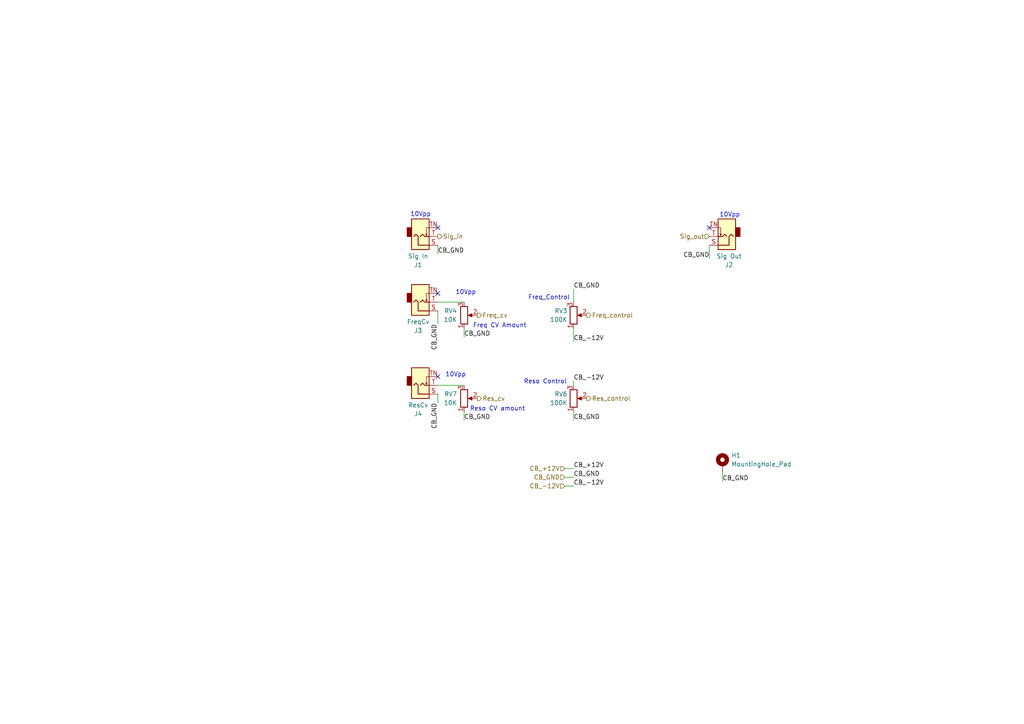
<source format=kicad_sch>
(kicad_sch (version 20230121) (generator eeschema)
  (paper "A4")
  (title_block (title "Eurorack 3320 Low Pass VCF") (date "2024-02-16") (rev "0.1.5") (company "DIYSynthMNL") (comment 1 "This version is a prototype"))
  (lib_symbols
    (symbol "DIYSynthMNL:PJ3001F"
      (property "Reference" "J" (at 0 8.89 0))
      (property "Value" "PJ3001F" (at 0 6.35 0))
      (symbol "PJ3001F_0_1"
        (rectangle (start -3.81 0) (end -2.54 -2.54) (stroke (width 0.254)) (fill (type outline)))
        (rectangle (start -2.54 3.81) (end 2.54 -5.08) (stroke (width 0.254)) (fill (type background)))
        (polyline (pts (xy 1.778 -0.254) (xy 2.032 -0.762)))
        (polyline (pts (xy 0 0) (xy 0.635 -0.635) (xy 1.27 0) (xy 2.54 0)) (stroke (width 0.254)))
        (polyline (pts (xy 2.54 -2.54) (xy 1.778 -2.54) (xy 1.778 -0.254) (xy 1.524 -0.762)))
        (polyline (pts (xy 2.54 2.54) (xy -0.635 2.54) (xy -0.635 0) (xy -1.27 -0.635) (xy -1.905 0)) (stroke (width 0.254)))
      )
      (symbol "PJ3001F_1_1"
        (pin passive line (at 5.08 2.54 180) (length 2.54) (name "~") (number "S"))
        (pin passive line (at 5.08 0 180) (length 2.54) (name "~") (number "T"))
        (pin passive line (at 5.08 -2.54 180) (length 2.54) (name "~") (number "TN"))
      )
    )
    (symbol "Device:R_Potentiometer" (pin_names (offset 1.016) hide)
      (property "Reference" "RV" (at -4.445 0 90))
      (property "Value" "R_Potentiometer" (at -2.54 0 90))
      (symbol "R_Potentiometer_0_1"
        (polyline (pts (xy 2.54 0) (xy 1.524 0)))
        (polyline (pts (xy 1.143 0) (xy 2.286 0.508) (xy 2.286 -0.508) (xy 1.143 0)) (fill (type outline)))
        (rectangle (start 1.016 2.54) (end -1.016 -2.54) (stroke (width 0.254)))
      )
      (symbol "R_Potentiometer_1_1"
        (pin passive line (at 0 3.81 270) (length 1.27) (name "1") (number "1"))
        (pin passive line (at 3.81 0 180) (length 1.27) (name "2") (number "2"))
        (pin passive line (at 0 -3.81 90) (length 1.27) (name "3") (number "3"))
      )
    )
    (symbol "Mechanical:MountingHole_Pad" (pin_numbers hide) (pin_names (offset 1.016) hide)
      (property "Reference" "H" (at 0 6.35 0))
      (property "Value" "MountingHole_Pad" (at 0 4.445 0))
      (symbol "MountingHole_Pad_0_1"
        (circle (center 0 1.27) (radius 1.27) (stroke (width 1.27)))
      )
      (symbol "MountingHole_Pad_1_1"
        (pin input line (at 0 -2.54 90) (length 2.54) (name "1") (number "1"))
      )
    )
  )
  (no_connect (at 127 85.09))
  (no_connect (at 127 109.22))
  (no_connect (at 127 66.04))
  (no_connect (at 205.74 66.04))
  (wire (pts (xy 209.55 137.16) (xy 209.55 139.7)))
  (wire (pts (xy 127 111.76) (xy 134.62 111.76)))
  (wire (pts (xy 127 114.3) (xy 127 116.84)))
  (wire (pts (xy 163.83 135.89) (xy 166.37 135.89)))
  (wire (pts (xy 205.74 71.12) (xy 205.74 74.93)))
  (wire (pts (xy 127 71.12) (xy 127 73.66)))
  (wire (pts (xy 166.37 95.25) (xy 166.37 99.06)))
  (wire (pts (xy 127 87.63) (xy 134.62 87.63)))
  (wire (pts (xy 134.62 95.25) (xy 134.62 97.79)))
  (wire (pts (xy 163.83 138.43) (xy 166.37 138.43)))
  (wire (pts (xy 134.62 119.38) (xy 134.62 121.92)))
  (wire (pts (xy 166.37 119.38) (xy 166.37 121.92)))
  (wire (pts (xy 127 90.17) (xy 127 93.98)))
  (wire (pts (xy 166.37 83.82) (xy 166.37 87.63)))
  (wire (pts (xy 163.83 140.97) (xy 166.37 140.97)))
  (wire (pts (xy 166.37 110.49) (xy 166.37 111.76)))
  (text "Freq CV Amount" (at 137.16 95.25 0) (effects (font (size 1.27 1.27)) (justify left bottom)))
  (text "Freq_Control" (at 153.162 87.122 0) (effects (font (size 1.27 1.27)) (justify left bottom)))
  (text "10Vpp" (at 129.159 109.474 0) (effects (font (size 1.27 1.27)) (justify left bottom)))
  (text "10Vpp" (at 132.08 85.598 0) (effects (font (size 1.27 1.27)) (justify left bottom)))
  (text "Reso Control" (at 151.892 111.506 0) (effects (font (size 1.27 1.27)) (justify left bottom)))
  (text "Reso CV amount" (at 136.271 119.38 0) (effects (font (size 1.27 1.27)) (justify left bottom)))
  (text "10Vpp" (at 118.999 62.992 0) (effects (font (size 1.27 1.27)) (justify left bottom)))
  (text "10Vpp" (at 208.661 63.119 0) (effects (font (size 1.27 1.27)) (justify left bottom)))
  (label "CB_GND" (at 134.62 121.92 0))
  (label "CB_GND" (at 205.74 74.93 180))
  (label "CB_-12V" (at 166.37 99.06 0))
  (label "CB_GND" (at 127 93.98 270))
  (label "CB_GND" (at 166.37 138.43 0))
  (label "CB_GND" (at 127 116.84 270))
  (label "CB_+12V" (at 166.37 135.89 0))
  (label "CB_GND" (at 209.55 139.7 0))
  (label "CB_GND" (at 166.37 83.82 0))
  (label "CB_GND" (at 166.37 121.92 0))
  (label "CB_-12V" (at 166.37 110.49 0))
  (label "CB_-12V" (at 166.37 140.97 0))
  (label "CB_GND" (at 127 73.66 0))
  (label "CB_GND" (at 134.62 97.79 0))
  (hierarchical_label "Freq_cv" (shape output) (at 138.43 91.44 0))
  (hierarchical_label "Sig_in" (shape output) (at 127 68.58 0))
  (hierarchical_label "Sig_out" (shape input) (at 205.74 68.58 180))
  (hierarchical_label "CB_GND" (shape input) (at 163.83 138.43 180))
  (hierarchical_label "Freq_control" (shape output) (at 170.18 91.44 0))
  (hierarchical_label "Res_control" (shape output) (at 170.18 115.57 0))
  (hierarchical_label "CB_-12V" (shape input) (at 163.83 140.97 180))
  (hierarchical_label "CB_+12V" (shape input) (at 163.83 135.89 180))
  (hierarchical_label "Res_cv" (shape output) (at 138.43 115.57 0))
  (symbol (lib_id "Device:R_Potentiometer") (at 166.37 91.44 0) (mirror x) (unit 1)
    (property "Reference" "RV3" (at 164.592 90.17 0) (effects (justify right)))
    (property "Value" "100K" (at 164.592 92.71 0) (effects (justify right)))
    (property "Footprint" "DIYSynthMNL:Potentiometer_RV09_BigPads" (effects hide))
  )
  (symbol (lib_id "DIYSynthMNL:PJ3001F") (at 121.92 87.63 0) (mirror x) (unit 1)
    (property "Reference" "J3" (at 121.285 95.885 0))
    (property "Value" "FreqCv" (at 121.285 93.345 0))
    (property "Footprint" "DIYSynthMNL:AudioJack_3.5mm_long_pads" (effects hide))
    (instances (project "3320-VCF" (path "" (reference "J3") (unit 1)) (path "" (reference "J3") (unit 1))) (project "3340-VCO" (path "" (reference "J?") (unit 1))))
  )
  (symbol (lib_id "DIYSynthMNL:PJ3001F") (at 210.82 68.58 180) (unit 1)
    (property "Reference" "J2" (at 211.455 76.835 0))
    (property "Value" "Sig Out" (at 211.455 74.295 0))
    (property "Footprint" "DIYSynthMNL:AudioJack_3.5mm_long_pads" (effects hide))
    (instances (project "3320-VCF" (path "" (reference "J2") (unit 1)) (path "" (reference "J2") (unit 1))) (project "3340-VCO" (path "" (reference "J?") (unit 1))))
  )
  (symbol (lib_id "Mechanical:MountingHole_Pad") (at 209.55 134.62 0) (unit 1)
    (property "Reference" "H1" (at 212.09 132.08 0) (effects (justify left)))
    (property "Value" "MountingHole_Pad" (at 212.09 134.62 0) (effects (justify left)))
    (property "Footprint" "DIYSynthMNL:MountingHole_M3_Standoff_Pad" (effects hide))
    (instances (project "3320-VCF" (path "" (reference "H1") (unit 1)) (path "" (reference "H2") (unit 1))))
  )
  (symbol (lib_id "Device:R_Potentiometer") (at 166.37 115.57 0) (mirror x) (unit 1)
    (property "Reference" "RV6" (at 164.592 114.3 0) (effects (justify right)))
    (property "Value" "100K" (at 164.592 116.84 0) (effects (justify right)))
    (property "Footprint" "DIYSynthMNL:Potentiometer_RV09_BigPads" (effects hide))
  )
  (symbol (lib_id "Device:R_Potentiometer") (at 134.62 91.44 0) (mirror x) (unit 1)
    (property "Reference" "RV4" (at 132.588 90.17 0) (effects (justify right)))
    (property "Value" "10K" (at 132.588 92.71 0) (effects (justify right)))
    (property "Footprint" "DIYSynthMNL:Potentiometer_RV09_BigPads" (effects hide))
  )
  (symbol (lib_id "DIYSynthMNL:PJ3001F") (at 121.92 68.58 0) (mirror x) (unit 1)
    (property "Reference" "J1" (at 121.285 76.835 0))
    (property "Value" "Sig In" (at 121.285 74.295 0))
    (property "Footprint" "DIYSynthMNL:AudioJack_3.5mm_long_pads" (effects hide))
    (instances (project "3320-VCF" (path "" (reference "J1") (unit 1)) (path "" (reference "J1") (unit 1))) (project "3340-VCO" (path "" (reference "J?") (unit 1))))
  )
  (symbol (lib_id "DIYSynthMNL:PJ3001F") (at 121.92 111.76 0) (mirror x) (unit 1)
    (property "Reference" "J4" (at 121.285 120.015 0))
    (property "Value" "ResCv" (at 121.285 117.475 0))
    (property "Footprint" "DIYSynthMNL:AudioJack_3.5mm_long_pads" (effects hide))
    (instances (project "3320-VCF" (path "" (reference "J4") (unit 1)) (path "" (reference "J4") (unit 1))) (project "3340-VCO" (path "" (reference "J?") (unit 1))))
  )
  (symbol (lib_id "Device:R_Potentiometer") (at 134.62 115.57 0) (mirror x) (unit 1)
    (property "Reference" "RV7" (at 132.588 114.3 0) (effects (justify right)))
    (property "Value" "10K" (at 132.588 116.84 0) (effects (justify right)))
    (property "Footprint" "DIYSynthMNL:Potentiometer_RV09_BigPads" (effects hide))
  )
)
</source>
